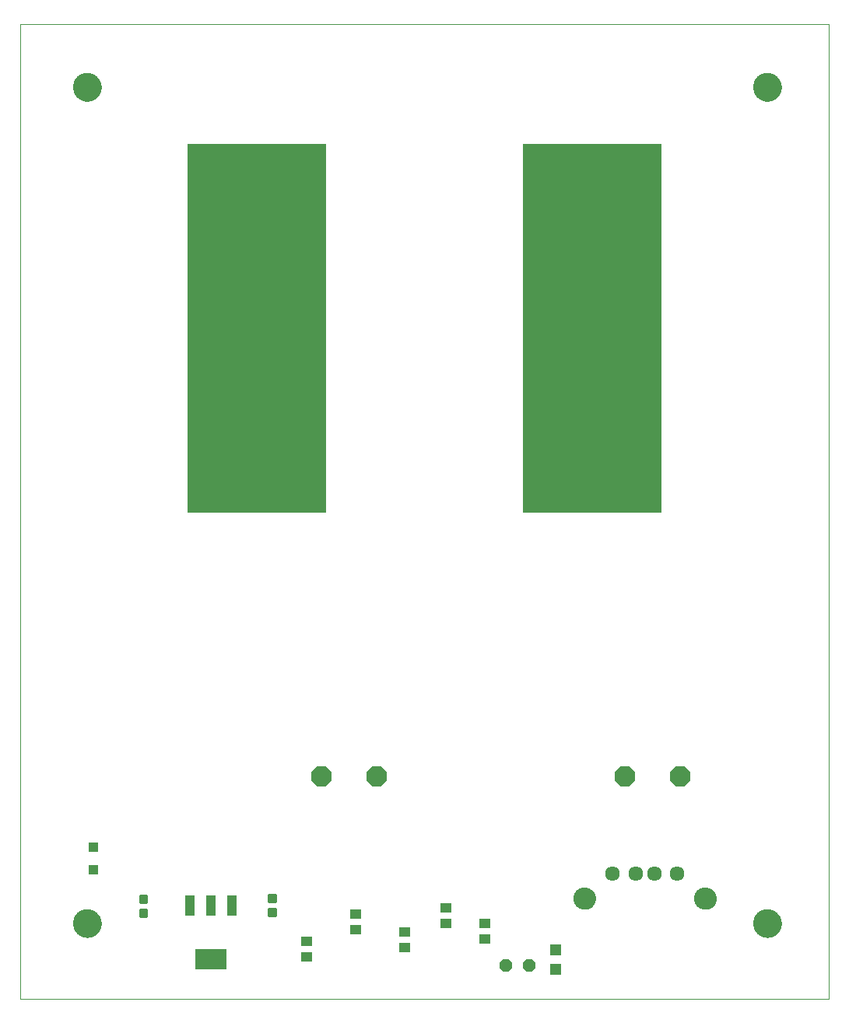
<source format=gts>
G04 EAGLE Gerber RS-274X export*
G75*
%MOMM*%
%FSLAX34Y34*%
%LPD*%
%INSolder Mask top*%
%IPPOS*%
%AMOC8*
5,1,8,0,0,1.08239X$1,22.5*%
G01*
%ADD10C,0.001000*%
%ADD11R,1.201600X1.101600*%
%ADD12C,1.609600*%
%ADD13C,0.000000*%
%ADD14C,2.401600*%
%ADD15P,1.539592X8X202.500000*%
%ADD16R,1.001600X1.001600*%
%ADD17C,0.326897*%
%ADD18R,15.101600X40.101600*%
%ADD19R,1.301600X1.301600*%
%ADD20R,1.101600X2.251600*%
%ADD21R,3.351600X2.251600*%
%ADD22P,2.446851X8X22.500000*%
%ADD23C,3.101600*%


D10*
X12286Y7998D02*
X892286Y7998D01*
X892286Y1068368D01*
X12286Y1068368D01*
X12286Y7998D01*
D11*
X518100Y90250D03*
X518100Y73250D03*
X377375Y100250D03*
X377375Y83250D03*
X430950Y80250D03*
X430950Y63250D03*
X323800Y53250D03*
X323800Y70250D03*
X475475Y106750D03*
X475475Y89750D03*
D12*
X656999Y144201D03*
X682000Y144201D03*
X702000Y144201D03*
X727001Y144201D03*
D13*
X614800Y117099D02*
X614803Y117381D01*
X614814Y117663D01*
X614831Y117945D01*
X614855Y118226D01*
X614886Y118507D01*
X614924Y118786D01*
X614969Y119065D01*
X615021Y119343D01*
X615079Y119619D01*
X615145Y119893D01*
X615217Y120166D01*
X615295Y120437D01*
X615380Y120706D01*
X615472Y120973D01*
X615571Y121238D01*
X615675Y121500D01*
X615787Y121759D01*
X615904Y122016D01*
X616028Y122270D01*
X616158Y122520D01*
X616294Y122767D01*
X616436Y123011D01*
X616584Y123251D01*
X616738Y123488D01*
X616898Y123721D01*
X617063Y123950D01*
X617234Y124174D01*
X617410Y124395D01*
X617592Y124610D01*
X617779Y124822D01*
X617971Y125029D01*
X618168Y125231D01*
X618370Y125428D01*
X618577Y125620D01*
X618789Y125807D01*
X619004Y125989D01*
X619225Y126165D01*
X619449Y126336D01*
X619678Y126501D01*
X619911Y126661D01*
X620148Y126815D01*
X620388Y126963D01*
X620632Y127105D01*
X620879Y127241D01*
X621129Y127371D01*
X621383Y127495D01*
X621640Y127612D01*
X621899Y127724D01*
X622161Y127828D01*
X622426Y127927D01*
X622693Y128019D01*
X622962Y128104D01*
X623233Y128182D01*
X623506Y128254D01*
X623780Y128320D01*
X624056Y128378D01*
X624334Y128430D01*
X624613Y128475D01*
X624892Y128513D01*
X625173Y128544D01*
X625454Y128568D01*
X625736Y128585D01*
X626018Y128596D01*
X626300Y128599D01*
X626582Y128596D01*
X626864Y128585D01*
X627146Y128568D01*
X627427Y128544D01*
X627708Y128513D01*
X627987Y128475D01*
X628266Y128430D01*
X628544Y128378D01*
X628820Y128320D01*
X629094Y128254D01*
X629367Y128182D01*
X629638Y128104D01*
X629907Y128019D01*
X630174Y127927D01*
X630439Y127828D01*
X630701Y127724D01*
X630960Y127612D01*
X631217Y127495D01*
X631471Y127371D01*
X631721Y127241D01*
X631968Y127105D01*
X632212Y126963D01*
X632452Y126815D01*
X632689Y126661D01*
X632922Y126501D01*
X633151Y126336D01*
X633375Y126165D01*
X633596Y125989D01*
X633811Y125807D01*
X634023Y125620D01*
X634230Y125428D01*
X634432Y125231D01*
X634629Y125029D01*
X634821Y124822D01*
X635008Y124610D01*
X635190Y124395D01*
X635366Y124174D01*
X635537Y123950D01*
X635702Y123721D01*
X635862Y123488D01*
X636016Y123251D01*
X636164Y123011D01*
X636306Y122767D01*
X636442Y122520D01*
X636572Y122270D01*
X636696Y122016D01*
X636813Y121759D01*
X636925Y121500D01*
X637029Y121238D01*
X637128Y120973D01*
X637220Y120706D01*
X637305Y120437D01*
X637383Y120166D01*
X637455Y119893D01*
X637521Y119619D01*
X637579Y119343D01*
X637631Y119065D01*
X637676Y118786D01*
X637714Y118507D01*
X637745Y118226D01*
X637769Y117945D01*
X637786Y117663D01*
X637797Y117381D01*
X637800Y117099D01*
X637797Y116817D01*
X637786Y116535D01*
X637769Y116253D01*
X637745Y115972D01*
X637714Y115691D01*
X637676Y115412D01*
X637631Y115133D01*
X637579Y114855D01*
X637521Y114579D01*
X637455Y114305D01*
X637383Y114032D01*
X637305Y113761D01*
X637220Y113492D01*
X637128Y113225D01*
X637029Y112960D01*
X636925Y112698D01*
X636813Y112439D01*
X636696Y112182D01*
X636572Y111928D01*
X636442Y111678D01*
X636306Y111431D01*
X636164Y111187D01*
X636016Y110947D01*
X635862Y110710D01*
X635702Y110477D01*
X635537Y110248D01*
X635366Y110024D01*
X635190Y109803D01*
X635008Y109588D01*
X634821Y109376D01*
X634629Y109169D01*
X634432Y108967D01*
X634230Y108770D01*
X634023Y108578D01*
X633811Y108391D01*
X633596Y108209D01*
X633375Y108033D01*
X633151Y107862D01*
X632922Y107697D01*
X632689Y107537D01*
X632452Y107383D01*
X632212Y107235D01*
X631968Y107093D01*
X631721Y106957D01*
X631471Y106827D01*
X631217Y106703D01*
X630960Y106586D01*
X630701Y106474D01*
X630439Y106370D01*
X630174Y106271D01*
X629907Y106179D01*
X629638Y106094D01*
X629367Y106016D01*
X629094Y105944D01*
X628820Y105878D01*
X628544Y105820D01*
X628266Y105768D01*
X627987Y105723D01*
X627708Y105685D01*
X627427Y105654D01*
X627146Y105630D01*
X626864Y105613D01*
X626582Y105602D01*
X626300Y105599D01*
X626018Y105602D01*
X625736Y105613D01*
X625454Y105630D01*
X625173Y105654D01*
X624892Y105685D01*
X624613Y105723D01*
X624334Y105768D01*
X624056Y105820D01*
X623780Y105878D01*
X623506Y105944D01*
X623233Y106016D01*
X622962Y106094D01*
X622693Y106179D01*
X622426Y106271D01*
X622161Y106370D01*
X621899Y106474D01*
X621640Y106586D01*
X621383Y106703D01*
X621129Y106827D01*
X620879Y106957D01*
X620632Y107093D01*
X620388Y107235D01*
X620148Y107383D01*
X619911Y107537D01*
X619678Y107697D01*
X619449Y107862D01*
X619225Y108033D01*
X619004Y108209D01*
X618789Y108391D01*
X618577Y108578D01*
X618370Y108770D01*
X618168Y108967D01*
X617971Y109169D01*
X617779Y109376D01*
X617592Y109588D01*
X617410Y109803D01*
X617234Y110024D01*
X617063Y110248D01*
X616898Y110477D01*
X616738Y110710D01*
X616584Y110947D01*
X616436Y111187D01*
X616294Y111431D01*
X616158Y111678D01*
X616028Y111928D01*
X615904Y112182D01*
X615787Y112439D01*
X615675Y112698D01*
X615571Y112960D01*
X615472Y113225D01*
X615380Y113492D01*
X615295Y113761D01*
X615217Y114032D01*
X615145Y114305D01*
X615079Y114579D01*
X615021Y114855D01*
X614969Y115133D01*
X614924Y115412D01*
X614886Y115691D01*
X614855Y115972D01*
X614831Y116253D01*
X614814Y116535D01*
X614803Y116817D01*
X614800Y117099D01*
D14*
X626300Y117099D03*
D13*
X746200Y117099D02*
X746203Y117381D01*
X746214Y117663D01*
X746231Y117945D01*
X746255Y118226D01*
X746286Y118507D01*
X746324Y118786D01*
X746369Y119065D01*
X746421Y119343D01*
X746479Y119619D01*
X746545Y119893D01*
X746617Y120166D01*
X746695Y120437D01*
X746780Y120706D01*
X746872Y120973D01*
X746971Y121238D01*
X747075Y121500D01*
X747187Y121759D01*
X747304Y122016D01*
X747428Y122270D01*
X747558Y122520D01*
X747694Y122767D01*
X747836Y123011D01*
X747984Y123251D01*
X748138Y123488D01*
X748298Y123721D01*
X748463Y123950D01*
X748634Y124174D01*
X748810Y124395D01*
X748992Y124610D01*
X749179Y124822D01*
X749371Y125029D01*
X749568Y125231D01*
X749770Y125428D01*
X749977Y125620D01*
X750189Y125807D01*
X750404Y125989D01*
X750625Y126165D01*
X750849Y126336D01*
X751078Y126501D01*
X751311Y126661D01*
X751548Y126815D01*
X751788Y126963D01*
X752032Y127105D01*
X752279Y127241D01*
X752529Y127371D01*
X752783Y127495D01*
X753040Y127612D01*
X753299Y127724D01*
X753561Y127828D01*
X753826Y127927D01*
X754093Y128019D01*
X754362Y128104D01*
X754633Y128182D01*
X754906Y128254D01*
X755180Y128320D01*
X755456Y128378D01*
X755734Y128430D01*
X756013Y128475D01*
X756292Y128513D01*
X756573Y128544D01*
X756854Y128568D01*
X757136Y128585D01*
X757418Y128596D01*
X757700Y128599D01*
X757982Y128596D01*
X758264Y128585D01*
X758546Y128568D01*
X758827Y128544D01*
X759108Y128513D01*
X759387Y128475D01*
X759666Y128430D01*
X759944Y128378D01*
X760220Y128320D01*
X760494Y128254D01*
X760767Y128182D01*
X761038Y128104D01*
X761307Y128019D01*
X761574Y127927D01*
X761839Y127828D01*
X762101Y127724D01*
X762360Y127612D01*
X762617Y127495D01*
X762871Y127371D01*
X763121Y127241D01*
X763368Y127105D01*
X763612Y126963D01*
X763852Y126815D01*
X764089Y126661D01*
X764322Y126501D01*
X764551Y126336D01*
X764775Y126165D01*
X764996Y125989D01*
X765211Y125807D01*
X765423Y125620D01*
X765630Y125428D01*
X765832Y125231D01*
X766029Y125029D01*
X766221Y124822D01*
X766408Y124610D01*
X766590Y124395D01*
X766766Y124174D01*
X766937Y123950D01*
X767102Y123721D01*
X767262Y123488D01*
X767416Y123251D01*
X767564Y123011D01*
X767706Y122767D01*
X767842Y122520D01*
X767972Y122270D01*
X768096Y122016D01*
X768213Y121759D01*
X768325Y121500D01*
X768429Y121238D01*
X768528Y120973D01*
X768620Y120706D01*
X768705Y120437D01*
X768783Y120166D01*
X768855Y119893D01*
X768921Y119619D01*
X768979Y119343D01*
X769031Y119065D01*
X769076Y118786D01*
X769114Y118507D01*
X769145Y118226D01*
X769169Y117945D01*
X769186Y117663D01*
X769197Y117381D01*
X769200Y117099D01*
X769197Y116817D01*
X769186Y116535D01*
X769169Y116253D01*
X769145Y115972D01*
X769114Y115691D01*
X769076Y115412D01*
X769031Y115133D01*
X768979Y114855D01*
X768921Y114579D01*
X768855Y114305D01*
X768783Y114032D01*
X768705Y113761D01*
X768620Y113492D01*
X768528Y113225D01*
X768429Y112960D01*
X768325Y112698D01*
X768213Y112439D01*
X768096Y112182D01*
X767972Y111928D01*
X767842Y111678D01*
X767706Y111431D01*
X767564Y111187D01*
X767416Y110947D01*
X767262Y110710D01*
X767102Y110477D01*
X766937Y110248D01*
X766766Y110024D01*
X766590Y109803D01*
X766408Y109588D01*
X766221Y109376D01*
X766029Y109169D01*
X765832Y108967D01*
X765630Y108770D01*
X765423Y108578D01*
X765211Y108391D01*
X764996Y108209D01*
X764775Y108033D01*
X764551Y107862D01*
X764322Y107697D01*
X764089Y107537D01*
X763852Y107383D01*
X763612Y107235D01*
X763368Y107093D01*
X763121Y106957D01*
X762871Y106827D01*
X762617Y106703D01*
X762360Y106586D01*
X762101Y106474D01*
X761839Y106370D01*
X761574Y106271D01*
X761307Y106179D01*
X761038Y106094D01*
X760767Y106016D01*
X760494Y105944D01*
X760220Y105878D01*
X759944Y105820D01*
X759666Y105768D01*
X759387Y105723D01*
X759108Y105685D01*
X758827Y105654D01*
X758546Y105630D01*
X758264Y105613D01*
X757982Y105602D01*
X757700Y105599D01*
X757418Y105602D01*
X757136Y105613D01*
X756854Y105630D01*
X756573Y105654D01*
X756292Y105685D01*
X756013Y105723D01*
X755734Y105768D01*
X755456Y105820D01*
X755180Y105878D01*
X754906Y105944D01*
X754633Y106016D01*
X754362Y106094D01*
X754093Y106179D01*
X753826Y106271D01*
X753561Y106370D01*
X753299Y106474D01*
X753040Y106586D01*
X752783Y106703D01*
X752529Y106827D01*
X752279Y106957D01*
X752032Y107093D01*
X751788Y107235D01*
X751548Y107383D01*
X751311Y107537D01*
X751078Y107697D01*
X750849Y107862D01*
X750625Y108033D01*
X750404Y108209D01*
X750189Y108391D01*
X749977Y108578D01*
X749770Y108770D01*
X749568Y108967D01*
X749371Y109169D01*
X749179Y109376D01*
X748992Y109588D01*
X748810Y109803D01*
X748634Y110024D01*
X748463Y110248D01*
X748298Y110477D01*
X748138Y110710D01*
X747984Y110947D01*
X747836Y111187D01*
X747694Y111431D01*
X747558Y111678D01*
X747428Y111928D01*
X747304Y112182D01*
X747187Y112439D01*
X747075Y112698D01*
X746971Y112960D01*
X746872Y113225D01*
X746780Y113492D01*
X746695Y113761D01*
X746617Y114032D01*
X746545Y114305D01*
X746479Y114579D01*
X746421Y114855D01*
X746369Y115133D01*
X746324Y115412D01*
X746286Y115691D01*
X746255Y115972D01*
X746231Y116253D01*
X746214Y116535D01*
X746203Y116817D01*
X746200Y117099D01*
D14*
X757700Y117099D03*
D15*
X565800Y43800D03*
X540400Y43800D03*
D16*
X91900Y148690D03*
X91900Y172690D03*
D17*
X283181Y120139D02*
X283181Y113501D01*
X283181Y120139D02*
X289819Y120139D01*
X289819Y113501D01*
X283181Y113501D01*
X283181Y116607D02*
X289819Y116607D01*
X289819Y119713D02*
X283181Y119713D01*
X283181Y104899D02*
X283181Y98261D01*
X283181Y104899D02*
X289819Y104899D01*
X289819Y98261D01*
X283181Y98261D01*
X283181Y101367D02*
X289819Y101367D01*
X289819Y104473D02*
X283181Y104473D01*
X143181Y112701D02*
X143181Y119339D01*
X149819Y119339D01*
X149819Y112701D01*
X143181Y112701D01*
X143181Y115807D02*
X149819Y115807D01*
X149819Y118913D02*
X143181Y118913D01*
X143181Y104099D02*
X143181Y97461D01*
X143181Y104099D02*
X149819Y104099D01*
X149819Y97461D01*
X143181Y97461D01*
X143181Y100567D02*
X149819Y100567D01*
X149819Y103673D02*
X143181Y103673D01*
D18*
X269400Y737400D03*
X635000Y737400D03*
D19*
X595000Y60800D03*
X595000Y39800D03*
D20*
X243000Y109000D03*
X220000Y109000D03*
X197000Y109000D03*
D21*
X220000Y51000D03*
D22*
X400000Y250000D03*
X340000Y250000D03*
X670000Y250000D03*
X730000Y250000D03*
D13*
X70000Y90000D02*
X70005Y90368D01*
X70018Y90736D01*
X70041Y91103D01*
X70072Y91470D01*
X70113Y91836D01*
X70162Y92201D01*
X70221Y92564D01*
X70288Y92926D01*
X70364Y93287D01*
X70450Y93645D01*
X70543Y94001D01*
X70646Y94354D01*
X70757Y94705D01*
X70877Y95053D01*
X71005Y95398D01*
X71142Y95740D01*
X71287Y96079D01*
X71440Y96413D01*
X71602Y96744D01*
X71771Y97071D01*
X71949Y97393D01*
X72134Y97712D01*
X72327Y98025D01*
X72528Y98334D01*
X72736Y98637D01*
X72952Y98935D01*
X73175Y99228D01*
X73405Y99516D01*
X73642Y99798D01*
X73886Y100073D01*
X74136Y100343D01*
X74393Y100607D01*
X74657Y100864D01*
X74927Y101114D01*
X75202Y101358D01*
X75484Y101595D01*
X75772Y101825D01*
X76065Y102048D01*
X76363Y102264D01*
X76666Y102472D01*
X76975Y102673D01*
X77288Y102866D01*
X77607Y103051D01*
X77929Y103229D01*
X78256Y103398D01*
X78587Y103560D01*
X78921Y103713D01*
X79260Y103858D01*
X79602Y103995D01*
X79947Y104123D01*
X80295Y104243D01*
X80646Y104354D01*
X80999Y104457D01*
X81355Y104550D01*
X81713Y104636D01*
X82074Y104712D01*
X82436Y104779D01*
X82799Y104838D01*
X83164Y104887D01*
X83530Y104928D01*
X83897Y104959D01*
X84264Y104982D01*
X84632Y104995D01*
X85000Y105000D01*
X85368Y104995D01*
X85736Y104982D01*
X86103Y104959D01*
X86470Y104928D01*
X86836Y104887D01*
X87201Y104838D01*
X87564Y104779D01*
X87926Y104712D01*
X88287Y104636D01*
X88645Y104550D01*
X89001Y104457D01*
X89354Y104354D01*
X89705Y104243D01*
X90053Y104123D01*
X90398Y103995D01*
X90740Y103858D01*
X91079Y103713D01*
X91413Y103560D01*
X91744Y103398D01*
X92071Y103229D01*
X92393Y103051D01*
X92712Y102866D01*
X93025Y102673D01*
X93334Y102472D01*
X93637Y102264D01*
X93935Y102048D01*
X94228Y101825D01*
X94516Y101595D01*
X94798Y101358D01*
X95073Y101114D01*
X95343Y100864D01*
X95607Y100607D01*
X95864Y100343D01*
X96114Y100073D01*
X96358Y99798D01*
X96595Y99516D01*
X96825Y99228D01*
X97048Y98935D01*
X97264Y98637D01*
X97472Y98334D01*
X97673Y98025D01*
X97866Y97712D01*
X98051Y97393D01*
X98229Y97071D01*
X98398Y96744D01*
X98560Y96413D01*
X98713Y96079D01*
X98858Y95740D01*
X98995Y95398D01*
X99123Y95053D01*
X99243Y94705D01*
X99354Y94354D01*
X99457Y94001D01*
X99550Y93645D01*
X99636Y93287D01*
X99712Y92926D01*
X99779Y92564D01*
X99838Y92201D01*
X99887Y91836D01*
X99928Y91470D01*
X99959Y91103D01*
X99982Y90736D01*
X99995Y90368D01*
X100000Y90000D01*
X99995Y89632D01*
X99982Y89264D01*
X99959Y88897D01*
X99928Y88530D01*
X99887Y88164D01*
X99838Y87799D01*
X99779Y87436D01*
X99712Y87074D01*
X99636Y86713D01*
X99550Y86355D01*
X99457Y85999D01*
X99354Y85646D01*
X99243Y85295D01*
X99123Y84947D01*
X98995Y84602D01*
X98858Y84260D01*
X98713Y83921D01*
X98560Y83587D01*
X98398Y83256D01*
X98229Y82929D01*
X98051Y82607D01*
X97866Y82288D01*
X97673Y81975D01*
X97472Y81666D01*
X97264Y81363D01*
X97048Y81065D01*
X96825Y80772D01*
X96595Y80484D01*
X96358Y80202D01*
X96114Y79927D01*
X95864Y79657D01*
X95607Y79393D01*
X95343Y79136D01*
X95073Y78886D01*
X94798Y78642D01*
X94516Y78405D01*
X94228Y78175D01*
X93935Y77952D01*
X93637Y77736D01*
X93334Y77528D01*
X93025Y77327D01*
X92712Y77134D01*
X92393Y76949D01*
X92071Y76771D01*
X91744Y76602D01*
X91413Y76440D01*
X91079Y76287D01*
X90740Y76142D01*
X90398Y76005D01*
X90053Y75877D01*
X89705Y75757D01*
X89354Y75646D01*
X89001Y75543D01*
X88645Y75450D01*
X88287Y75364D01*
X87926Y75288D01*
X87564Y75221D01*
X87201Y75162D01*
X86836Y75113D01*
X86470Y75072D01*
X86103Y75041D01*
X85736Y75018D01*
X85368Y75005D01*
X85000Y75000D01*
X84632Y75005D01*
X84264Y75018D01*
X83897Y75041D01*
X83530Y75072D01*
X83164Y75113D01*
X82799Y75162D01*
X82436Y75221D01*
X82074Y75288D01*
X81713Y75364D01*
X81355Y75450D01*
X80999Y75543D01*
X80646Y75646D01*
X80295Y75757D01*
X79947Y75877D01*
X79602Y76005D01*
X79260Y76142D01*
X78921Y76287D01*
X78587Y76440D01*
X78256Y76602D01*
X77929Y76771D01*
X77607Y76949D01*
X77288Y77134D01*
X76975Y77327D01*
X76666Y77528D01*
X76363Y77736D01*
X76065Y77952D01*
X75772Y78175D01*
X75484Y78405D01*
X75202Y78642D01*
X74927Y78886D01*
X74657Y79136D01*
X74393Y79393D01*
X74136Y79657D01*
X73886Y79927D01*
X73642Y80202D01*
X73405Y80484D01*
X73175Y80772D01*
X72952Y81065D01*
X72736Y81363D01*
X72528Y81666D01*
X72327Y81975D01*
X72134Y82288D01*
X71949Y82607D01*
X71771Y82929D01*
X71602Y83256D01*
X71440Y83587D01*
X71287Y83921D01*
X71142Y84260D01*
X71005Y84602D01*
X70877Y84947D01*
X70757Y85295D01*
X70646Y85646D01*
X70543Y85999D01*
X70450Y86355D01*
X70364Y86713D01*
X70288Y87074D01*
X70221Y87436D01*
X70162Y87799D01*
X70113Y88164D01*
X70072Y88530D01*
X70041Y88897D01*
X70018Y89264D01*
X70005Y89632D01*
X70000Y90000D01*
D23*
X85000Y90000D03*
D13*
X810000Y90000D02*
X810005Y90368D01*
X810018Y90736D01*
X810041Y91103D01*
X810072Y91470D01*
X810113Y91836D01*
X810162Y92201D01*
X810221Y92564D01*
X810288Y92926D01*
X810364Y93287D01*
X810450Y93645D01*
X810543Y94001D01*
X810646Y94354D01*
X810757Y94705D01*
X810877Y95053D01*
X811005Y95398D01*
X811142Y95740D01*
X811287Y96079D01*
X811440Y96413D01*
X811602Y96744D01*
X811771Y97071D01*
X811949Y97393D01*
X812134Y97712D01*
X812327Y98025D01*
X812528Y98334D01*
X812736Y98637D01*
X812952Y98935D01*
X813175Y99228D01*
X813405Y99516D01*
X813642Y99798D01*
X813886Y100073D01*
X814136Y100343D01*
X814393Y100607D01*
X814657Y100864D01*
X814927Y101114D01*
X815202Y101358D01*
X815484Y101595D01*
X815772Y101825D01*
X816065Y102048D01*
X816363Y102264D01*
X816666Y102472D01*
X816975Y102673D01*
X817288Y102866D01*
X817607Y103051D01*
X817929Y103229D01*
X818256Y103398D01*
X818587Y103560D01*
X818921Y103713D01*
X819260Y103858D01*
X819602Y103995D01*
X819947Y104123D01*
X820295Y104243D01*
X820646Y104354D01*
X820999Y104457D01*
X821355Y104550D01*
X821713Y104636D01*
X822074Y104712D01*
X822436Y104779D01*
X822799Y104838D01*
X823164Y104887D01*
X823530Y104928D01*
X823897Y104959D01*
X824264Y104982D01*
X824632Y104995D01*
X825000Y105000D01*
X825368Y104995D01*
X825736Y104982D01*
X826103Y104959D01*
X826470Y104928D01*
X826836Y104887D01*
X827201Y104838D01*
X827564Y104779D01*
X827926Y104712D01*
X828287Y104636D01*
X828645Y104550D01*
X829001Y104457D01*
X829354Y104354D01*
X829705Y104243D01*
X830053Y104123D01*
X830398Y103995D01*
X830740Y103858D01*
X831079Y103713D01*
X831413Y103560D01*
X831744Y103398D01*
X832071Y103229D01*
X832393Y103051D01*
X832712Y102866D01*
X833025Y102673D01*
X833334Y102472D01*
X833637Y102264D01*
X833935Y102048D01*
X834228Y101825D01*
X834516Y101595D01*
X834798Y101358D01*
X835073Y101114D01*
X835343Y100864D01*
X835607Y100607D01*
X835864Y100343D01*
X836114Y100073D01*
X836358Y99798D01*
X836595Y99516D01*
X836825Y99228D01*
X837048Y98935D01*
X837264Y98637D01*
X837472Y98334D01*
X837673Y98025D01*
X837866Y97712D01*
X838051Y97393D01*
X838229Y97071D01*
X838398Y96744D01*
X838560Y96413D01*
X838713Y96079D01*
X838858Y95740D01*
X838995Y95398D01*
X839123Y95053D01*
X839243Y94705D01*
X839354Y94354D01*
X839457Y94001D01*
X839550Y93645D01*
X839636Y93287D01*
X839712Y92926D01*
X839779Y92564D01*
X839838Y92201D01*
X839887Y91836D01*
X839928Y91470D01*
X839959Y91103D01*
X839982Y90736D01*
X839995Y90368D01*
X840000Y90000D01*
X839995Y89632D01*
X839982Y89264D01*
X839959Y88897D01*
X839928Y88530D01*
X839887Y88164D01*
X839838Y87799D01*
X839779Y87436D01*
X839712Y87074D01*
X839636Y86713D01*
X839550Y86355D01*
X839457Y85999D01*
X839354Y85646D01*
X839243Y85295D01*
X839123Y84947D01*
X838995Y84602D01*
X838858Y84260D01*
X838713Y83921D01*
X838560Y83587D01*
X838398Y83256D01*
X838229Y82929D01*
X838051Y82607D01*
X837866Y82288D01*
X837673Y81975D01*
X837472Y81666D01*
X837264Y81363D01*
X837048Y81065D01*
X836825Y80772D01*
X836595Y80484D01*
X836358Y80202D01*
X836114Y79927D01*
X835864Y79657D01*
X835607Y79393D01*
X835343Y79136D01*
X835073Y78886D01*
X834798Y78642D01*
X834516Y78405D01*
X834228Y78175D01*
X833935Y77952D01*
X833637Y77736D01*
X833334Y77528D01*
X833025Y77327D01*
X832712Y77134D01*
X832393Y76949D01*
X832071Y76771D01*
X831744Y76602D01*
X831413Y76440D01*
X831079Y76287D01*
X830740Y76142D01*
X830398Y76005D01*
X830053Y75877D01*
X829705Y75757D01*
X829354Y75646D01*
X829001Y75543D01*
X828645Y75450D01*
X828287Y75364D01*
X827926Y75288D01*
X827564Y75221D01*
X827201Y75162D01*
X826836Y75113D01*
X826470Y75072D01*
X826103Y75041D01*
X825736Y75018D01*
X825368Y75005D01*
X825000Y75000D01*
X824632Y75005D01*
X824264Y75018D01*
X823897Y75041D01*
X823530Y75072D01*
X823164Y75113D01*
X822799Y75162D01*
X822436Y75221D01*
X822074Y75288D01*
X821713Y75364D01*
X821355Y75450D01*
X820999Y75543D01*
X820646Y75646D01*
X820295Y75757D01*
X819947Y75877D01*
X819602Y76005D01*
X819260Y76142D01*
X818921Y76287D01*
X818587Y76440D01*
X818256Y76602D01*
X817929Y76771D01*
X817607Y76949D01*
X817288Y77134D01*
X816975Y77327D01*
X816666Y77528D01*
X816363Y77736D01*
X816065Y77952D01*
X815772Y78175D01*
X815484Y78405D01*
X815202Y78642D01*
X814927Y78886D01*
X814657Y79136D01*
X814393Y79393D01*
X814136Y79657D01*
X813886Y79927D01*
X813642Y80202D01*
X813405Y80484D01*
X813175Y80772D01*
X812952Y81065D01*
X812736Y81363D01*
X812528Y81666D01*
X812327Y81975D01*
X812134Y82288D01*
X811949Y82607D01*
X811771Y82929D01*
X811602Y83256D01*
X811440Y83587D01*
X811287Y83921D01*
X811142Y84260D01*
X811005Y84602D01*
X810877Y84947D01*
X810757Y85295D01*
X810646Y85646D01*
X810543Y85999D01*
X810450Y86355D01*
X810364Y86713D01*
X810288Y87074D01*
X810221Y87436D01*
X810162Y87799D01*
X810113Y88164D01*
X810072Y88530D01*
X810041Y88897D01*
X810018Y89264D01*
X810005Y89632D01*
X810000Y90000D01*
D23*
X825000Y90000D03*
D13*
X810000Y1000000D02*
X810005Y1000368D01*
X810018Y1000736D01*
X810041Y1001103D01*
X810072Y1001470D01*
X810113Y1001836D01*
X810162Y1002201D01*
X810221Y1002564D01*
X810288Y1002926D01*
X810364Y1003287D01*
X810450Y1003645D01*
X810543Y1004001D01*
X810646Y1004354D01*
X810757Y1004705D01*
X810877Y1005053D01*
X811005Y1005398D01*
X811142Y1005740D01*
X811287Y1006079D01*
X811440Y1006413D01*
X811602Y1006744D01*
X811771Y1007071D01*
X811949Y1007393D01*
X812134Y1007712D01*
X812327Y1008025D01*
X812528Y1008334D01*
X812736Y1008637D01*
X812952Y1008935D01*
X813175Y1009228D01*
X813405Y1009516D01*
X813642Y1009798D01*
X813886Y1010073D01*
X814136Y1010343D01*
X814393Y1010607D01*
X814657Y1010864D01*
X814927Y1011114D01*
X815202Y1011358D01*
X815484Y1011595D01*
X815772Y1011825D01*
X816065Y1012048D01*
X816363Y1012264D01*
X816666Y1012472D01*
X816975Y1012673D01*
X817288Y1012866D01*
X817607Y1013051D01*
X817929Y1013229D01*
X818256Y1013398D01*
X818587Y1013560D01*
X818921Y1013713D01*
X819260Y1013858D01*
X819602Y1013995D01*
X819947Y1014123D01*
X820295Y1014243D01*
X820646Y1014354D01*
X820999Y1014457D01*
X821355Y1014550D01*
X821713Y1014636D01*
X822074Y1014712D01*
X822436Y1014779D01*
X822799Y1014838D01*
X823164Y1014887D01*
X823530Y1014928D01*
X823897Y1014959D01*
X824264Y1014982D01*
X824632Y1014995D01*
X825000Y1015000D01*
X825368Y1014995D01*
X825736Y1014982D01*
X826103Y1014959D01*
X826470Y1014928D01*
X826836Y1014887D01*
X827201Y1014838D01*
X827564Y1014779D01*
X827926Y1014712D01*
X828287Y1014636D01*
X828645Y1014550D01*
X829001Y1014457D01*
X829354Y1014354D01*
X829705Y1014243D01*
X830053Y1014123D01*
X830398Y1013995D01*
X830740Y1013858D01*
X831079Y1013713D01*
X831413Y1013560D01*
X831744Y1013398D01*
X832071Y1013229D01*
X832393Y1013051D01*
X832712Y1012866D01*
X833025Y1012673D01*
X833334Y1012472D01*
X833637Y1012264D01*
X833935Y1012048D01*
X834228Y1011825D01*
X834516Y1011595D01*
X834798Y1011358D01*
X835073Y1011114D01*
X835343Y1010864D01*
X835607Y1010607D01*
X835864Y1010343D01*
X836114Y1010073D01*
X836358Y1009798D01*
X836595Y1009516D01*
X836825Y1009228D01*
X837048Y1008935D01*
X837264Y1008637D01*
X837472Y1008334D01*
X837673Y1008025D01*
X837866Y1007712D01*
X838051Y1007393D01*
X838229Y1007071D01*
X838398Y1006744D01*
X838560Y1006413D01*
X838713Y1006079D01*
X838858Y1005740D01*
X838995Y1005398D01*
X839123Y1005053D01*
X839243Y1004705D01*
X839354Y1004354D01*
X839457Y1004001D01*
X839550Y1003645D01*
X839636Y1003287D01*
X839712Y1002926D01*
X839779Y1002564D01*
X839838Y1002201D01*
X839887Y1001836D01*
X839928Y1001470D01*
X839959Y1001103D01*
X839982Y1000736D01*
X839995Y1000368D01*
X840000Y1000000D01*
X839995Y999632D01*
X839982Y999264D01*
X839959Y998897D01*
X839928Y998530D01*
X839887Y998164D01*
X839838Y997799D01*
X839779Y997436D01*
X839712Y997074D01*
X839636Y996713D01*
X839550Y996355D01*
X839457Y995999D01*
X839354Y995646D01*
X839243Y995295D01*
X839123Y994947D01*
X838995Y994602D01*
X838858Y994260D01*
X838713Y993921D01*
X838560Y993587D01*
X838398Y993256D01*
X838229Y992929D01*
X838051Y992607D01*
X837866Y992288D01*
X837673Y991975D01*
X837472Y991666D01*
X837264Y991363D01*
X837048Y991065D01*
X836825Y990772D01*
X836595Y990484D01*
X836358Y990202D01*
X836114Y989927D01*
X835864Y989657D01*
X835607Y989393D01*
X835343Y989136D01*
X835073Y988886D01*
X834798Y988642D01*
X834516Y988405D01*
X834228Y988175D01*
X833935Y987952D01*
X833637Y987736D01*
X833334Y987528D01*
X833025Y987327D01*
X832712Y987134D01*
X832393Y986949D01*
X832071Y986771D01*
X831744Y986602D01*
X831413Y986440D01*
X831079Y986287D01*
X830740Y986142D01*
X830398Y986005D01*
X830053Y985877D01*
X829705Y985757D01*
X829354Y985646D01*
X829001Y985543D01*
X828645Y985450D01*
X828287Y985364D01*
X827926Y985288D01*
X827564Y985221D01*
X827201Y985162D01*
X826836Y985113D01*
X826470Y985072D01*
X826103Y985041D01*
X825736Y985018D01*
X825368Y985005D01*
X825000Y985000D01*
X824632Y985005D01*
X824264Y985018D01*
X823897Y985041D01*
X823530Y985072D01*
X823164Y985113D01*
X822799Y985162D01*
X822436Y985221D01*
X822074Y985288D01*
X821713Y985364D01*
X821355Y985450D01*
X820999Y985543D01*
X820646Y985646D01*
X820295Y985757D01*
X819947Y985877D01*
X819602Y986005D01*
X819260Y986142D01*
X818921Y986287D01*
X818587Y986440D01*
X818256Y986602D01*
X817929Y986771D01*
X817607Y986949D01*
X817288Y987134D01*
X816975Y987327D01*
X816666Y987528D01*
X816363Y987736D01*
X816065Y987952D01*
X815772Y988175D01*
X815484Y988405D01*
X815202Y988642D01*
X814927Y988886D01*
X814657Y989136D01*
X814393Y989393D01*
X814136Y989657D01*
X813886Y989927D01*
X813642Y990202D01*
X813405Y990484D01*
X813175Y990772D01*
X812952Y991065D01*
X812736Y991363D01*
X812528Y991666D01*
X812327Y991975D01*
X812134Y992288D01*
X811949Y992607D01*
X811771Y992929D01*
X811602Y993256D01*
X811440Y993587D01*
X811287Y993921D01*
X811142Y994260D01*
X811005Y994602D01*
X810877Y994947D01*
X810757Y995295D01*
X810646Y995646D01*
X810543Y995999D01*
X810450Y996355D01*
X810364Y996713D01*
X810288Y997074D01*
X810221Y997436D01*
X810162Y997799D01*
X810113Y998164D01*
X810072Y998530D01*
X810041Y998897D01*
X810018Y999264D01*
X810005Y999632D01*
X810000Y1000000D01*
D23*
X825000Y1000000D03*
D13*
X70000Y1000000D02*
X70005Y1000368D01*
X70018Y1000736D01*
X70041Y1001103D01*
X70072Y1001470D01*
X70113Y1001836D01*
X70162Y1002201D01*
X70221Y1002564D01*
X70288Y1002926D01*
X70364Y1003287D01*
X70450Y1003645D01*
X70543Y1004001D01*
X70646Y1004354D01*
X70757Y1004705D01*
X70877Y1005053D01*
X71005Y1005398D01*
X71142Y1005740D01*
X71287Y1006079D01*
X71440Y1006413D01*
X71602Y1006744D01*
X71771Y1007071D01*
X71949Y1007393D01*
X72134Y1007712D01*
X72327Y1008025D01*
X72528Y1008334D01*
X72736Y1008637D01*
X72952Y1008935D01*
X73175Y1009228D01*
X73405Y1009516D01*
X73642Y1009798D01*
X73886Y1010073D01*
X74136Y1010343D01*
X74393Y1010607D01*
X74657Y1010864D01*
X74927Y1011114D01*
X75202Y1011358D01*
X75484Y1011595D01*
X75772Y1011825D01*
X76065Y1012048D01*
X76363Y1012264D01*
X76666Y1012472D01*
X76975Y1012673D01*
X77288Y1012866D01*
X77607Y1013051D01*
X77929Y1013229D01*
X78256Y1013398D01*
X78587Y1013560D01*
X78921Y1013713D01*
X79260Y1013858D01*
X79602Y1013995D01*
X79947Y1014123D01*
X80295Y1014243D01*
X80646Y1014354D01*
X80999Y1014457D01*
X81355Y1014550D01*
X81713Y1014636D01*
X82074Y1014712D01*
X82436Y1014779D01*
X82799Y1014838D01*
X83164Y1014887D01*
X83530Y1014928D01*
X83897Y1014959D01*
X84264Y1014982D01*
X84632Y1014995D01*
X85000Y1015000D01*
X85368Y1014995D01*
X85736Y1014982D01*
X86103Y1014959D01*
X86470Y1014928D01*
X86836Y1014887D01*
X87201Y1014838D01*
X87564Y1014779D01*
X87926Y1014712D01*
X88287Y1014636D01*
X88645Y1014550D01*
X89001Y1014457D01*
X89354Y1014354D01*
X89705Y1014243D01*
X90053Y1014123D01*
X90398Y1013995D01*
X90740Y1013858D01*
X91079Y1013713D01*
X91413Y1013560D01*
X91744Y1013398D01*
X92071Y1013229D01*
X92393Y1013051D01*
X92712Y1012866D01*
X93025Y1012673D01*
X93334Y1012472D01*
X93637Y1012264D01*
X93935Y1012048D01*
X94228Y1011825D01*
X94516Y1011595D01*
X94798Y1011358D01*
X95073Y1011114D01*
X95343Y1010864D01*
X95607Y1010607D01*
X95864Y1010343D01*
X96114Y1010073D01*
X96358Y1009798D01*
X96595Y1009516D01*
X96825Y1009228D01*
X97048Y1008935D01*
X97264Y1008637D01*
X97472Y1008334D01*
X97673Y1008025D01*
X97866Y1007712D01*
X98051Y1007393D01*
X98229Y1007071D01*
X98398Y1006744D01*
X98560Y1006413D01*
X98713Y1006079D01*
X98858Y1005740D01*
X98995Y1005398D01*
X99123Y1005053D01*
X99243Y1004705D01*
X99354Y1004354D01*
X99457Y1004001D01*
X99550Y1003645D01*
X99636Y1003287D01*
X99712Y1002926D01*
X99779Y1002564D01*
X99838Y1002201D01*
X99887Y1001836D01*
X99928Y1001470D01*
X99959Y1001103D01*
X99982Y1000736D01*
X99995Y1000368D01*
X100000Y1000000D01*
X99995Y999632D01*
X99982Y999264D01*
X99959Y998897D01*
X99928Y998530D01*
X99887Y998164D01*
X99838Y997799D01*
X99779Y997436D01*
X99712Y997074D01*
X99636Y996713D01*
X99550Y996355D01*
X99457Y995999D01*
X99354Y995646D01*
X99243Y995295D01*
X99123Y994947D01*
X98995Y994602D01*
X98858Y994260D01*
X98713Y993921D01*
X98560Y993587D01*
X98398Y993256D01*
X98229Y992929D01*
X98051Y992607D01*
X97866Y992288D01*
X97673Y991975D01*
X97472Y991666D01*
X97264Y991363D01*
X97048Y991065D01*
X96825Y990772D01*
X96595Y990484D01*
X96358Y990202D01*
X96114Y989927D01*
X95864Y989657D01*
X95607Y989393D01*
X95343Y989136D01*
X95073Y988886D01*
X94798Y988642D01*
X94516Y988405D01*
X94228Y988175D01*
X93935Y987952D01*
X93637Y987736D01*
X93334Y987528D01*
X93025Y987327D01*
X92712Y987134D01*
X92393Y986949D01*
X92071Y986771D01*
X91744Y986602D01*
X91413Y986440D01*
X91079Y986287D01*
X90740Y986142D01*
X90398Y986005D01*
X90053Y985877D01*
X89705Y985757D01*
X89354Y985646D01*
X89001Y985543D01*
X88645Y985450D01*
X88287Y985364D01*
X87926Y985288D01*
X87564Y985221D01*
X87201Y985162D01*
X86836Y985113D01*
X86470Y985072D01*
X86103Y985041D01*
X85736Y985018D01*
X85368Y985005D01*
X85000Y985000D01*
X84632Y985005D01*
X84264Y985018D01*
X83897Y985041D01*
X83530Y985072D01*
X83164Y985113D01*
X82799Y985162D01*
X82436Y985221D01*
X82074Y985288D01*
X81713Y985364D01*
X81355Y985450D01*
X80999Y985543D01*
X80646Y985646D01*
X80295Y985757D01*
X79947Y985877D01*
X79602Y986005D01*
X79260Y986142D01*
X78921Y986287D01*
X78587Y986440D01*
X78256Y986602D01*
X77929Y986771D01*
X77607Y986949D01*
X77288Y987134D01*
X76975Y987327D01*
X76666Y987528D01*
X76363Y987736D01*
X76065Y987952D01*
X75772Y988175D01*
X75484Y988405D01*
X75202Y988642D01*
X74927Y988886D01*
X74657Y989136D01*
X74393Y989393D01*
X74136Y989657D01*
X73886Y989927D01*
X73642Y990202D01*
X73405Y990484D01*
X73175Y990772D01*
X72952Y991065D01*
X72736Y991363D01*
X72528Y991666D01*
X72327Y991975D01*
X72134Y992288D01*
X71949Y992607D01*
X71771Y992929D01*
X71602Y993256D01*
X71440Y993587D01*
X71287Y993921D01*
X71142Y994260D01*
X71005Y994602D01*
X70877Y994947D01*
X70757Y995295D01*
X70646Y995646D01*
X70543Y995999D01*
X70450Y996355D01*
X70364Y996713D01*
X70288Y997074D01*
X70221Y997436D01*
X70162Y997799D01*
X70113Y998164D01*
X70072Y998530D01*
X70041Y998897D01*
X70018Y999264D01*
X70005Y999632D01*
X70000Y1000000D01*
D23*
X85000Y1000000D03*
M02*

</source>
